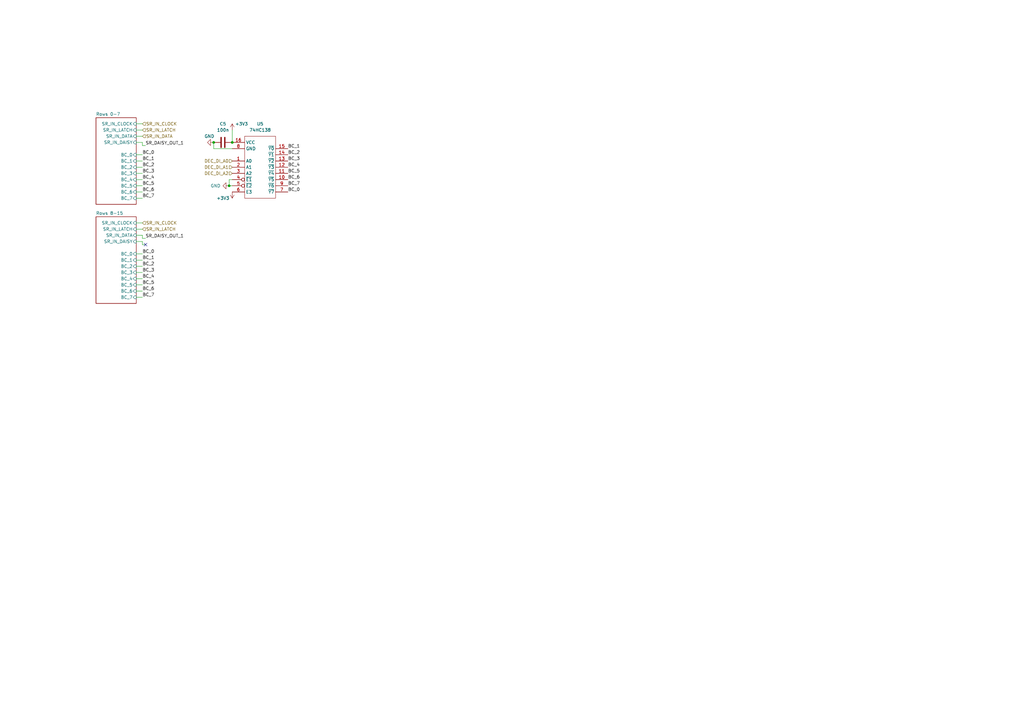
<source format=kicad_sch>
(kicad_sch (version 20211123) (generator eeschema)
  (paper "A3")
  (lib_symbols
    (symbol "Device:C" (pin_numbers hide) (pin_names (offset 0.254))
      (property "Reference" "C" (at 0.635 2.54 0))
      (property "Value" "C" (at 0.635 -2.54 0))
      (symbol "C_0_1"
        (polyline (pts (xy -2.032 -0.762) (xy 2.032 -0.762)) (stroke (width 0.508)))
        (polyline (pts (xy -2.032 0.762) (xy 2.032 0.762)) (stroke (width 0.508)))
      )
      (symbol "C_1_1"
        (pin passive line (at 0 3.81 270) (length 2.794) (name "~") (number "1"))
        (pin passive line (at 0 -3.81 90) (length 2.794) (name "~") (number "2"))
      )
    )
    (symbol "igor_lib:74HC138"
      (property "Reference" "U?" (at 6.35 29.21 0))
      (property "Value" "74HC138" (at 6.35 26.67 0))
      (symbol "74HC138_0_0"
        (pin power_in line (at -5.08 22.86 0) (length 5.08) (name "VCC") (number "16"))
      )
      (symbol "74HC138_0_1"
        (rectangle (start 0 25.4) (end 12.7 0))
      )
      (symbol "74HC138_1_1"
        (pin input line (at -5.08 15.24 0) (length 5.08) (name "A0") (number "1"))
        (pin output line (at 17.78 7.62 180) (length 5.08) (name "~{Y5}") (number "10"))
        (pin output line (at 17.78 10.16 180) (length 5.08) (name "~{Y4}") (number "11"))
        (pin output line (at 17.78 12.7 180) (length 5.08) (name "~{Y3}") (number "12"))
        (pin output line (at 17.78 15.24 180) (length 5.08) (name "~{Y2}") (number "13"))
        (pin output line (at 17.78 17.78 180) (length 5.08) (name "~{Y1}") (number "14"))
        (pin output line (at 17.78 20.32 180) (length 5.08) (name "~{Y0}") (number "15"))
        (pin input line (at -5.08 12.7 0) (length 5.08) (name "A1") (number "2"))
        (pin input line (at -5.08 10.16 0) (length 5.08) (name "A2") (number "3"))
        (pin input inverted (at -5.08 7.62 0) (length 5.08) (name "~{E1}") (number "4"))
        (pin input inverted (at -5.08 5.08 0) (length 5.08) (name "~{E2}") (number "5"))
        (pin input line (at -5.08 2.54 0) (length 5.08) (name "E3") (number "6"))
        (pin output line (at 17.78 2.54 180) (length 5.08) (name "~{Y7}") (number "7"))
        (pin power_in line (at -5.08 20.32 0) (length 5.08) (name "GND") (number "8"))
        (pin output line (at 17.78 5.08 180) (length 5.08) (name "~{Y6}") (number "9"))
      )
    )
    (symbol "power:+3.3V" (power) (pin_names (offset 0))
      (property "Value" "+3.3V" (at 0 3.556 0))
      (symbol "+3.3V_0_1"
        (polyline (pts (xy -0.762 1.27) (xy 0 2.54)))
        (polyline (pts (xy 0 0) (xy 0 2.54)))
        (polyline (pts (xy 0 2.54) (xy 0.762 1.27)))
      )
      (symbol "+3.3V_1_1"
        (pin power_in line (at 0 0 90) (length 0) hide (name "+3V3") (number "1"))
      )
    )
    (symbol "power:GND" (power) (pin_names (offset 0))
      (property "Value" "GND" (at 0 -3.81 0))
      (symbol "GND_0_1"
        (polyline (pts (xy 0 0) (xy 0 -1.27) (xy 1.27 -1.27) (xy 0 -2.54) (xy -1.27 -1.27) (xy 0 -1.27)))
      )
      (symbol "GND_1_1"
        (pin power_in line (at 0 0 270) (length 0) hide (name "GND") (number "1"))
      )
    )
  )
  (junction (at 95.25 58.42))
  (junction (at 87.63 58.42))
  (junction (at 93.98 76.2))
  (no_connect (at 59.69 100.33))
  (wire (pts (xy 55.88 81.28) (xy 58.42 81.28)))
  (wire (pts (xy 55.88 91.44) (xy 58.42 91.44)))
  (wire (pts (xy 55.88 76.2) (xy 58.42 76.2)))
  (wire (pts (xy 55.88 99.06) (xy 58.42 99.06)))
  (wire (pts (xy 55.88 116.84) (xy 58.42 116.84)))
  (wire (pts (xy 93.98 73.66) (xy 93.98 76.2)))
  (wire (pts (xy 55.88 104.14) (xy 58.42 104.14)))
  (wire (pts (xy 95.25 53.34) (xy 95.25 58.42)))
  (wire (pts (xy 55.88 93.98) (xy 58.42 93.98)))
  (wire (pts (xy 55.88 121.92) (xy 58.42 121.92)))
  (wire (pts (xy 87.63 60.96) (xy 87.63 58.42)))
  (wire (pts (xy 58.42 58.42) (xy 58.42 59.69)))
  (wire (pts (xy 55.88 55.88) (xy 58.42 55.88)))
  (wire (pts (xy 58.42 100.33) (xy 59.69 100.33)))
  (wire (pts (xy 55.88 68.58) (xy 58.42 68.58)))
  (wire (pts (xy 55.88 58.42) (xy 58.42 58.42)))
  (wire (pts (xy 58.42 99.06) (xy 58.42 100.33)))
  (wire (pts (xy 55.88 50.8) (xy 58.42 50.8)))
  (wire (pts (xy 55.88 109.22) (xy 58.42 109.22)))
  (wire (pts (xy 55.88 111.76) (xy 58.42 111.76)))
  (wire (pts (xy 55.88 96.52) (xy 58.42 96.52)))
  (wire (pts (xy 55.88 119.38) (xy 58.42 119.38)))
  (wire (pts (xy 95.25 73.66) (xy 93.98 73.66)))
  (wire (pts (xy 55.88 106.68) (xy 58.42 106.68)))
  (wire (pts (xy 55.88 78.74) (xy 58.42 78.74)))
  (wire (pts (xy 55.88 66.04) (xy 58.42 66.04)))
  (wire (pts (xy 58.42 59.69) (xy 59.69 59.69)))
  (wire (pts (xy 93.98 76.2) (xy 95.25 76.2)))
  (wire (pts (xy 58.42 96.52) (xy 58.42 97.79)))
  (wire (pts (xy 55.88 71.12) (xy 58.42 71.12)))
  (wire (pts (xy 55.88 73.66) (xy 58.42 73.66)))
  (wire (pts (xy 55.88 63.5) (xy 58.42 63.5)))
  (wire (pts (xy 55.88 114.3) (xy 58.42 114.3)))
  (wire (pts (xy 55.88 53.34) (xy 58.42 53.34)))
  (wire (pts (xy 95.25 60.96) (xy 87.63 60.96)))
  (wire (pts (xy 58.42 97.79) (xy 59.69 97.79)))
  (label "BC_6" (at 118.11 73.66 0))
  (label "BC_1" (at 58.42 66.04 0))
  (label "BC_0" (at 118.11 78.74 0))
  (label "BC_2" (at 58.42 68.58 0))
  (label "BC_1" (at 58.42 106.68 0))
  (label "BC_4" (at 58.42 114.3 0))
  (label "BC_3" (at 118.11 66.04 0))
  (label "BC_0" (at 58.42 104.14 0))
  (label "BC_4" (at 118.11 68.58 0))
  (label "BC_2" (at 58.42 109.22 0))
  (label "BC_0" (at 58.42 63.5 0))
  (label "BC_2" (at 118.11 63.5 0))
  (label "BC_5" (at 58.42 116.84 0))
  (label "BC_7" (at 118.11 76.2 0))
  (label "BC_7" (at 58.42 121.92 0))
  (label "SR_DAISY_OUT_1" (at 59.69 97.79 0))
  (label "BC_5" (at 118.11 71.12 0))
  (label "BC_1" (at 118.11 60.96 0))
  (label "BC_6" (at 58.42 78.74 0))
  (label "BC_3" (at 58.42 71.12 0))
  (label "BC_5" (at 58.42 76.2 0))
  (label "BC_6" (at 58.42 119.38 0))
  (label "BC_3" (at 58.42 111.76 0))
  (label "BC_4" (at 58.42 73.66 0))
  (label "SR_DAISY_OUT_1" (at 59.69 59.69 0))
  (label "BC_7" (at 58.42 81.28 0))
  (hierarchical_label "DEC_DI_A1" (shape input) (at 95.25 68.58 180))
  (hierarchical_label "SR_IN_LATCH" (shape input) (at 58.42 93.98 0))
  (hierarchical_label "SR_IN_CLOCK" (shape input) (at 58.42 50.8 0))
  (hierarchical_label "SR_IN_CLOCK" (shape input) (at 58.42 91.44 0))
  (hierarchical_label "DEC_DI_A2" (shape input) (at 95.25 71.12 180))
  (hierarchical_label "DEC_DI_A0" (shape input) (at 95.25 66.04 180))
  (hierarchical_label "SR_IN_LATCH" (shape input) (at 58.42 53.34 0))
  (hierarchical_label "SR_IN_DATA" (shape input) (at 58.42 55.88 0))
  (symbol (lib_id "power:+3.3V") (at 95.25 78.74 180) (unit 1)
    (property "Reference" "#PWR0110" (effects hide))
    (property "Value" "+3.3V" (at 91.44 81.28 0))
  )
  (symbol (lib_id "power:GND") (at 87.63 58.42 270) (unit 1)
    (property "Reference" "#PWR0109" (effects hide))
    (property "Value" "GND" (at 83.82 55.88 90) (effects (justify left)))
  )
  (symbol (lib_id "power:GND") (at 93.98 76.2 270) (unit 1)
    (property "Reference" "#PWR0111" (effects hide))
    (property "Value" "GND" (at 86.36 76.2 90) (effects (justify left)))
  )
  (symbol (lib_id "power:+3.3V") (at 95.25 53.34 0) (unit 1)
    (property "Reference" "#PWR0108" (effects hide))
    (property "Value" "+3.3V" (at 99.06 50.8 0))
  )
  (symbol (lib_id "igor_lib:74HC138") (at 100.33 81.28 0) (unit 1)
    (property "Reference" "U5" (at 106.68 50.8 0))
    (property "Value" "74HC138" (at 106.68 53.34 0))
    (property "Footprint" "Package_SO:SO-16_3.9x9.9mm_P1.27mm" (effects hide))
    (property "LCSC" "C6818" (effects hide))
  )
  (symbol (lib_id "Device:C") (at 91.44 58.42 90) (unit 1)
    (property "Reference" "C5" (at 91.44 50.8 90))
    (property "Value" "100n" (at 91.44 53.34 90))
    (property "Footprint" "Capacitor_SMD:C_0402_1005Metric" (effects hide))
    (property "LCSC" "C1525" (effects hide))
  )
  (sheet (at 39.37 48.26) (size 16.51 35.56) (stroke (width 0.1524))
    (property "Sheet name" "Rows 0-7" (at 39.37 47.5484 0) (effects (justify left bottom)))
    (property "Sheet file" "Buttons_Rows.kicad_sch" (effects hide))
    (pin "SR_IN_CLOCK" input (at 55.88 50.8 0))
    (pin "SR_IN_LATCH" input (at 55.88 53.34 0))
    (pin "SR_IN_DATA" input (at 55.88 55.88 0))
    (pin "SR_IN_DAISY" input (at 55.88 58.42 0))
    (pin "BC_3" input (at 55.88 71.12 0))
    (pin "BC_7" input (at 55.88 81.28 0))
    (pin "BC_1" input (at 55.88 66.04 0))
    (pin "BC_2" input (at 55.88 68.58 0))
    (pin "BC_6" input (at 55.88 78.74 0))
    (pin "BC_5" input (at 55.88 76.2 0))
    (pin "BC_0" input (at 55.88 63.5 0))
    (pin "BC_4" input (at 55.88 73.66 0))
  )
  (sheet (at 39.37 88.9) (size 16.51 35.56) (stroke (width 0.1524))
    (property "Sheet name" "Rows 8-15" (at 39.37 88.1884 0) (effects (justify left bottom)))
    (property "Sheet file" "Buttons_Rows.kicad_sch" (effects hide))
    (pin "SR_IN_CLOCK" input (at 55.88 91.44 0))
    (pin "SR_IN_LATCH" input (at 55.88 93.98 0))
    (pin "SR_IN_DATA" input (at 55.88 96.52 0))
    (pin "SR_IN_DAISY" input (at 55.88 99.06 0))
    (pin "BC_3" input (at 55.88 111.76 0))
    (pin "BC_7" input (at 55.88 121.92 0))
    (pin "BC_1" input (at 55.88 106.68 0))
    (pin "BC_2" input (at 55.88 109.22 0))
    (pin "BC_6" input (at 55.88 119.38 0))
    (pin "BC_5" input (at 55.88 116.84 0))
    (pin "BC_0" input (at 55.88 104.14 0))
    (pin "BC_4" input (at 55.88 114.3 0))
  )
)
</source>
